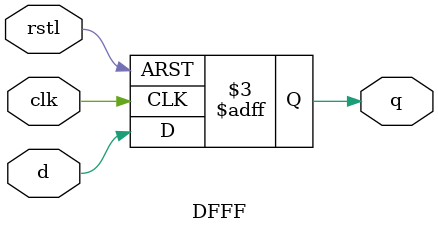
<source format=sv>
module DFFF (
	input d, clk, rstl, output reg q
);

	always_ff @ (negedge clk, negedge rstl)
	if (!rstl) q <= 0; else q <= d;

endmodule

</source>
